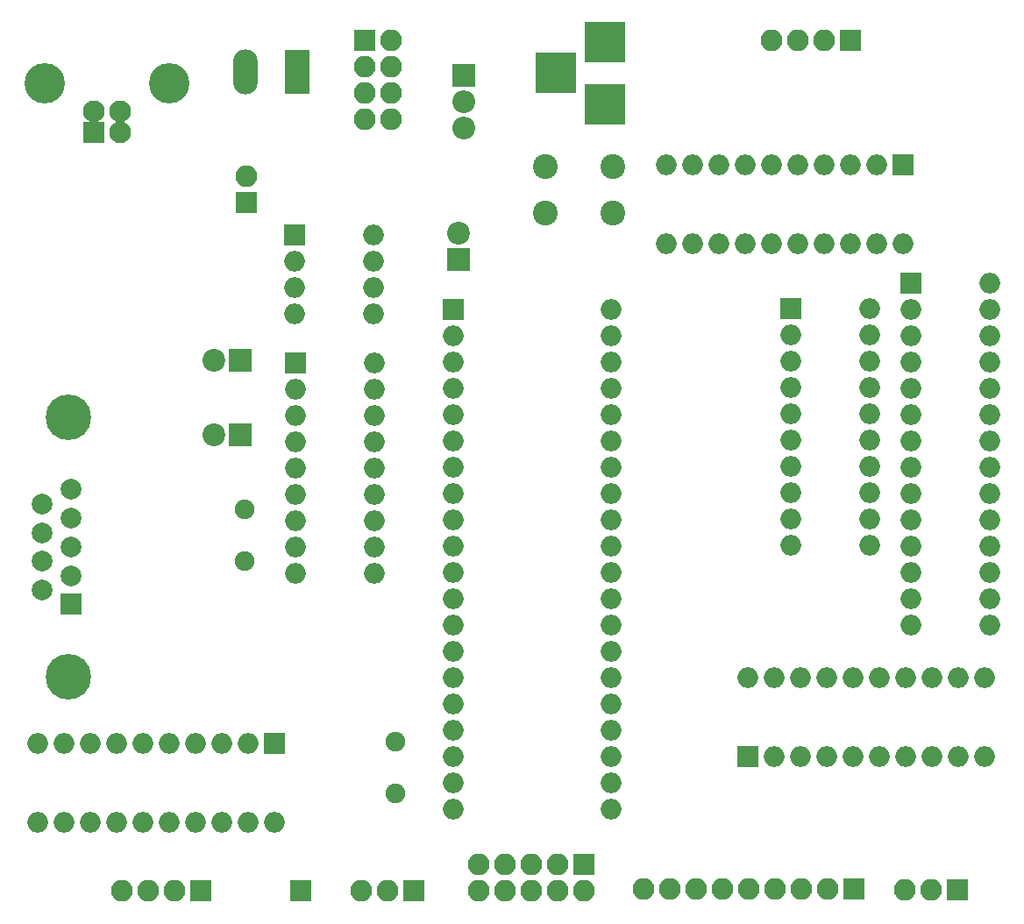
<source format=gbr>
G04 #@! TF.FileFunction,Soldermask,Bot*
%FSLAX46Y46*%
G04 Gerber Fmt 4.6, Leading zero omitted, Abs format (unit mm)*
G04 Created by KiCad (PCBNEW 4.0.7) date 11/18/19 12:54:55*
%MOMM*%
%LPD*%
G01*
G04 APERTURE LIST*
%ADD10C,0.100000*%
%ADD11R,2.200000X2.200000*%
%ADD12C,2.200000*%
%ADD13C,1.900000*%
%ADD14R,2.100000X2.100000*%
%ADD15O,2.100000X2.100000*%
%ADD16R,2.000000X2.000000*%
%ADD17C,2.000000*%
%ADD18C,4.400000*%
%ADD19R,2.380000X4.360000*%
%ADD20O,2.380000X4.360000*%
%ADD21C,2.400000*%
%ADD22O,2.000000X2.000000*%
%ADD23O,2.200000X2.200000*%
%ADD24R,3.900000X3.900000*%
%ADD25C,2.100000*%
%ADD26C,3.900000*%
G04 APERTURE END LIST*
D10*
D11*
X118135400Y-85775800D03*
D12*
X115595400Y-85775800D03*
D13*
X118541800Y-97980500D03*
X118541800Y-92980500D03*
D11*
X139192000Y-68834000D03*
D12*
X139192000Y-66294000D03*
D11*
X118071900Y-78562200D03*
D12*
X115531900Y-78562200D03*
D14*
X151333200Y-127304800D03*
D15*
X151333200Y-129844800D03*
X148793200Y-127304800D03*
X148793200Y-129844800D03*
X146253200Y-127304800D03*
X146253200Y-129844800D03*
X143713200Y-127304800D03*
X143713200Y-129844800D03*
X141173200Y-127304800D03*
X141173200Y-129844800D03*
D16*
X101790500Y-102146100D03*
D17*
X101790500Y-99376100D03*
X101790500Y-96606100D03*
X101790500Y-93836100D03*
X101790500Y-91066100D03*
X98950500Y-100761100D03*
X98950500Y-97991100D03*
X98950500Y-95221100D03*
X98950500Y-92451100D03*
D18*
X101490500Y-84106100D03*
X101490500Y-109106100D03*
D19*
X123606560Y-50739040D03*
D20*
X118606560Y-50739040D03*
D14*
X118668800Y-63322200D03*
D15*
X118668800Y-60782200D03*
D14*
X114300000Y-129794000D03*
D15*
X111760000Y-129794000D03*
X109220000Y-129794000D03*
X106680000Y-129794000D03*
D21*
X147574000Y-64393200D03*
X147574000Y-59893200D03*
X154074000Y-64393200D03*
X154074000Y-59893200D03*
D16*
X171297600Y-73609200D03*
D22*
X178917600Y-96469200D03*
X171297600Y-76149200D03*
X178917600Y-93929200D03*
X171297600Y-78689200D03*
X178917600Y-91389200D03*
X171297600Y-81229200D03*
X178917600Y-88849200D03*
X171297600Y-83769200D03*
X178917600Y-86309200D03*
X171297600Y-86309200D03*
X178917600Y-83769200D03*
X171297600Y-88849200D03*
X178917600Y-81229200D03*
X171297600Y-91389200D03*
X178917600Y-78689200D03*
X171297600Y-93929200D03*
X178917600Y-76149200D03*
X171297600Y-96469200D03*
X178917600Y-73609200D03*
D16*
X121412000Y-115570000D03*
D22*
X98552000Y-123190000D03*
X118872000Y-115570000D03*
X101092000Y-123190000D03*
X116332000Y-115570000D03*
X103632000Y-123190000D03*
X113792000Y-115570000D03*
X106172000Y-123190000D03*
X111252000Y-115570000D03*
X108712000Y-123190000D03*
X108712000Y-115570000D03*
X111252000Y-123190000D03*
X106172000Y-115570000D03*
X113792000Y-123190000D03*
X103632000Y-115570000D03*
X116332000Y-123190000D03*
X101092000Y-115570000D03*
X118872000Y-123190000D03*
X98552000Y-115570000D03*
X121412000Y-123190000D03*
D11*
X139700000Y-51054000D03*
D23*
X139700000Y-53594000D03*
X139700000Y-56134000D03*
D16*
X138684000Y-73660000D03*
D22*
X153924000Y-121920000D03*
X138684000Y-76200000D03*
X153924000Y-119380000D03*
X138684000Y-78740000D03*
X153924000Y-116840000D03*
X138684000Y-81280000D03*
X153924000Y-114300000D03*
X138684000Y-83820000D03*
X153924000Y-111760000D03*
X138684000Y-86360000D03*
X153924000Y-109220000D03*
X138684000Y-88900000D03*
X153924000Y-106680000D03*
X138684000Y-91440000D03*
X153924000Y-104140000D03*
X138684000Y-93980000D03*
X153924000Y-101600000D03*
X138684000Y-96520000D03*
X153924000Y-99060000D03*
X138684000Y-99060000D03*
X153924000Y-96520000D03*
X138684000Y-101600000D03*
X153924000Y-93980000D03*
X138684000Y-104140000D03*
X153924000Y-91440000D03*
X138684000Y-106680000D03*
X153924000Y-88900000D03*
X138684000Y-109220000D03*
X153924000Y-86360000D03*
X138684000Y-111760000D03*
X153924000Y-83820000D03*
X138684000Y-114300000D03*
X153924000Y-81280000D03*
X138684000Y-116840000D03*
X153924000Y-78740000D03*
X138684000Y-119380000D03*
X153924000Y-76200000D03*
X138684000Y-121920000D03*
X153924000Y-73660000D03*
D16*
X182118000Y-59690000D03*
D22*
X159258000Y-67310000D03*
X179578000Y-59690000D03*
X161798000Y-67310000D03*
X177038000Y-59690000D03*
X164338000Y-67310000D03*
X174498000Y-59690000D03*
X166878000Y-67310000D03*
X171958000Y-59690000D03*
X169418000Y-67310000D03*
X169418000Y-59690000D03*
X171958000Y-67310000D03*
X166878000Y-59690000D03*
X174498000Y-67310000D03*
X164338000Y-59690000D03*
X177038000Y-67310000D03*
X161798000Y-59690000D03*
X179578000Y-67310000D03*
X159258000Y-59690000D03*
X182118000Y-67310000D03*
D16*
X182880000Y-71120000D03*
D22*
X190500000Y-104140000D03*
X182880000Y-73660000D03*
X190500000Y-101600000D03*
X182880000Y-76200000D03*
X190500000Y-99060000D03*
X182880000Y-78740000D03*
X190500000Y-96520000D03*
X182880000Y-81280000D03*
X190500000Y-93980000D03*
X182880000Y-83820000D03*
X190500000Y-91440000D03*
X182880000Y-86360000D03*
X190500000Y-88900000D03*
X182880000Y-88900000D03*
X190500000Y-86360000D03*
X182880000Y-91440000D03*
X190500000Y-83820000D03*
X182880000Y-93980000D03*
X190500000Y-81280000D03*
X182880000Y-96520000D03*
X190500000Y-78740000D03*
X182880000Y-99060000D03*
X190500000Y-76200000D03*
X182880000Y-101600000D03*
X190500000Y-73660000D03*
X182880000Y-104140000D03*
X190500000Y-71120000D03*
D16*
X167132000Y-116840000D03*
D22*
X189992000Y-109220000D03*
X169672000Y-116840000D03*
X187452000Y-109220000D03*
X172212000Y-116840000D03*
X184912000Y-109220000D03*
X174752000Y-116840000D03*
X182372000Y-109220000D03*
X177292000Y-116840000D03*
X179832000Y-109220000D03*
X179832000Y-116840000D03*
X177292000Y-109220000D03*
X182372000Y-116840000D03*
X174752000Y-109220000D03*
X184912000Y-116840000D03*
X172212000Y-109220000D03*
X187452000Y-116840000D03*
X169672000Y-109220000D03*
X189992000Y-116840000D03*
X167132000Y-109220000D03*
D16*
X123342400Y-66446400D03*
D22*
X130962400Y-74066400D03*
X123342400Y-68986400D03*
X130962400Y-71526400D03*
X123342400Y-71526400D03*
X130962400Y-68986400D03*
X123342400Y-74066400D03*
X130962400Y-66446400D03*
D13*
X133096000Y-120396000D03*
X133096000Y-115396000D03*
D14*
X123952000Y-129794000D03*
X187325000Y-129692400D03*
D15*
X184785000Y-129692400D03*
X182245000Y-129692400D03*
D14*
X134874000Y-129794000D03*
D15*
X132334000Y-129794000D03*
X129794000Y-129794000D03*
D14*
X176997360Y-47655480D03*
D15*
X174457360Y-47655480D03*
X171917360Y-47655480D03*
X169377360Y-47655480D03*
D24*
X153289000Y-53848000D03*
X153289000Y-47848000D03*
X148589000Y-50848000D03*
D14*
X130149600Y-47650400D03*
D15*
X132689600Y-47650400D03*
X130149600Y-50190400D03*
X132689600Y-50190400D03*
X130149600Y-52730400D03*
X132689600Y-52730400D03*
X130149600Y-55270400D03*
X132689600Y-55270400D03*
D16*
X123444000Y-78867000D03*
D22*
X131064000Y-99187000D03*
X123444000Y-81407000D03*
X131064000Y-96647000D03*
X123444000Y-83947000D03*
X131064000Y-94107000D03*
X123444000Y-86487000D03*
X131064000Y-91567000D03*
X123444000Y-89027000D03*
X131064000Y-89027000D03*
X123444000Y-91567000D03*
X131064000Y-86487000D03*
X123444000Y-94107000D03*
X131064000Y-83947000D03*
X123444000Y-96647000D03*
X131064000Y-81407000D03*
X123444000Y-99187000D03*
X131064000Y-78867000D03*
D14*
X177368200Y-129641600D03*
D15*
X174828200Y-129641600D03*
X172288200Y-129641600D03*
X169748200Y-129641600D03*
X167208200Y-129641600D03*
X164668200Y-129641600D03*
X162128200Y-129641600D03*
X159588200Y-129641600D03*
X157048200Y-129641600D03*
D14*
X103987600Y-56540400D03*
D25*
X106487600Y-56540400D03*
X106487600Y-54540400D03*
X103987600Y-54540400D03*
D26*
X99217600Y-51830400D03*
X111257600Y-51830400D03*
M02*

</source>
